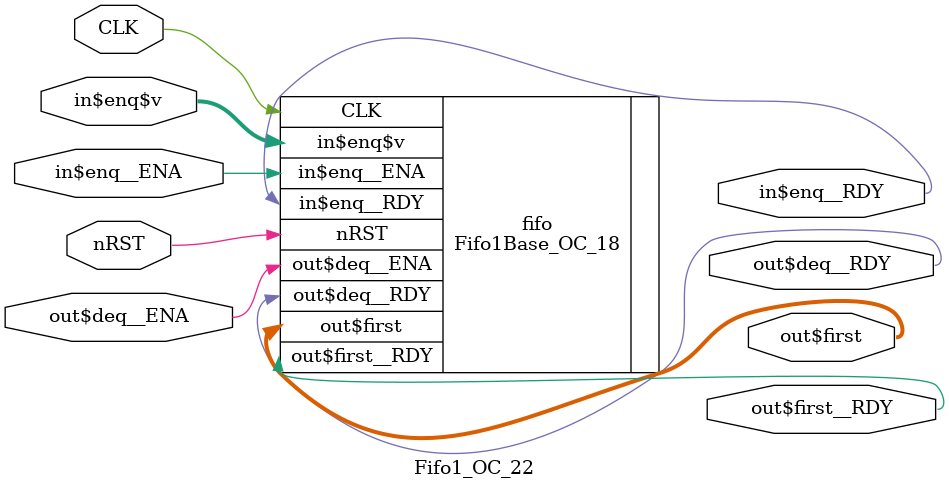
<source format=v>
`include "zynqTop.generated.vh"

`default_nettype none
module Fifo1_OC_22 (input wire CLK, input wire nRST,
    input wire in$enq__ENA,
    input wire [31:0]in$enq$v,
    output wire in$enq__RDY,
    input wire out$deq__ENA,
    output wire out$deq__RDY,
    output wire [31:0]out$first,
    output wire out$first__RDY);
    Fifo1Base_OC_18 fifo (.CLK(CLK), .nRST(nRST),
        .in$enq__ENA(in$enq__ENA),
        .in$enq$v(in$enq$v),
        .in$enq__RDY(in$enq__RDY),
        .out$deq__ENA(out$deq__ENA),
        .out$deq__RDY(out$deq__RDY),
        .out$first(out$first),
        .out$first__RDY(out$first__RDY));
endmodule 

`default_nettype wire    // set back to default value

</source>
